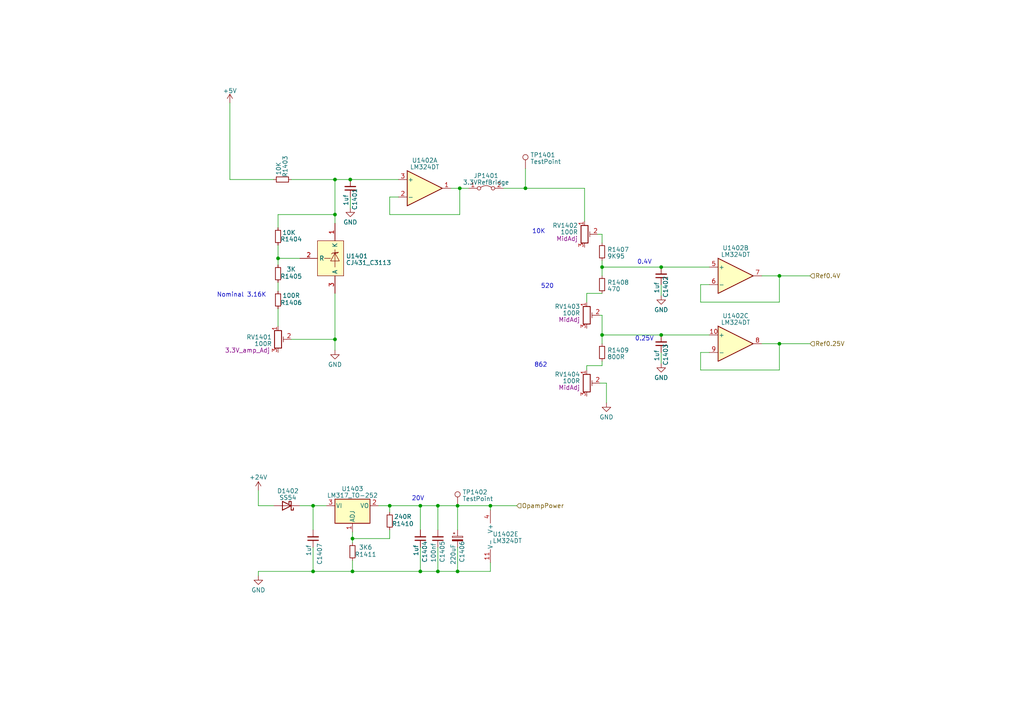
<source format=kicad_sch>
(kicad_sch (version 20230121) (generator eeschema)
  (paper "A4")
  (lib_symbols
    (symbol "Amplifier_Operational:LM324" (pin_names (offset 0.127))
      (property "Reference" "U" (at 0 5.08 0))
      (property "Value" "LM324" (at 0 -5.08 0))
      (symbol "LM324_1_1"
        (polyline (pts (xy -5.08 5.08) (xy 5.08 0) (xy -5.08 -5.08) (xy -5.08 5.08)) (stroke (width 0.254)) (fill (type background)))
        (pin output line (at 7.62 0 180) (length 2.54) (name "~") (number "1"))
        (pin input line (at -7.62 -2.54 0) (length 2.54) (name "-") (number "2"))
        (pin input line (at -7.62 2.54 0) (length 2.54) (name "+") (number "3"))
      )
      (symbol "LM324_2_1"
        (polyline (pts (xy -5.08 5.08) (xy 5.08 0) (xy -5.08 -5.08) (xy -5.08 5.08)) (stroke (width 0.254)) (fill (type background)))
        (pin input line (at -7.62 2.54 0) (length 2.54) (name "+") (number "5"))
        (pin input line (at -7.62 -2.54 0) (length 2.54) (name "-") (number "6"))
        (pin output line (at 7.62 0 180) (length 2.54) (name "~") (number "7"))
      )
      (symbol "LM324_3_1"
        (polyline (pts (xy -5.08 5.08) (xy 5.08 0) (xy -5.08 -5.08) (xy -5.08 5.08)) (stroke (width 0.254)) (fill (type background)))
        (pin input line (at -7.62 2.54 0) (length 2.54) (name "+") (number "10"))
        (pin output line (at 7.62 0 180) (length 2.54) (name "~") (number "8"))
        (pin input line (at -7.62 -2.54 0) (length 2.54) (name "-") (number "9"))
      )
      (symbol "LM324_4_1"
        (polyline (pts (xy -5.08 5.08) (xy 5.08 0) (xy -5.08 -5.08) (xy -5.08 5.08)) (stroke (width 0.254)) (fill (type background)))
        (pin input line (at -7.62 2.54 0) (length 2.54) (name "+") (number "12"))
        (pin input line (at -7.62 -2.54 0) (length 2.54) (name "-") (number "13"))
        (pin output line (at 7.62 0 180) (length 2.54) (name "~") (number "14"))
      )
      (symbol "LM324_5_1"
        (pin power_in line (at -2.54 -7.62 90) (length 3.81) (name "V-") (number "11"))
        (pin power_in line (at -2.54 7.62 270) (length 3.81) (name "V+") (number "4"))
      )
    )
    (symbol "Connector:TestPoint" (pin_numbers hide) (pin_names (offset 0.762) hide)
      (property "Reference" "TP" (at 0 6.858 0))
      (property "Value" "TestPoint" (at 0 5.08 0))
      (symbol "TestPoint_0_1"
        (circle (center 0 3.302) (radius 0.762))
      )
      (symbol "TestPoint_1_1"
        (pin passive line (at 0 0 90) (length 2.54) (name "1") (number "1"))
      )
    )
    (symbol "Device:R_Potentiometer_Trim" (pin_names (offset 1.016) hide)
      (property "Reference" "RV" (at -4.445 0 90))
      (property "Value" "R_Potentiometer_Trim" (at -2.54 0 90))
      (symbol "R_Potentiometer_Trim_0_1"
        (polyline (pts (xy 1.524 0.762) (xy 1.524 -0.762)))
        (polyline (pts (xy 2.54 0) (xy 1.524 0)))
        (rectangle (start 1.016 2.54) (end -1.016 -2.54) (stroke (width 0.254)))
      )
      (symbol "R_Potentiometer_Trim_1_1"
        (pin passive line (at 0 3.81 270) (length 1.27) (name "1") (number "1"))
        (pin passive line (at 3.81 0 180) (length 1.27) (name "2") (number "2"))
        (pin passive line (at 0 -3.81 90) (length 1.27) (name "3") (number "3"))
      )
    )
    (symbol "Device:R_Small" (pin_numbers hide) (pin_names (offset 0.254) hide)
      (property "Reference" "R" (at 0.762 0.508 0))
      (property "Value" "R_Small" (at 0.762 -1.016 0))
      (symbol "R_Small_0_1"
        (rectangle (start -0.762 1.778) (end 0.762 -1.778) (stroke (width 0.2032)))
      )
      (symbol "R_Small_1_1"
        (pin passive line (at 0 2.54 270) (length 0.762) (name "~") (number "1"))
        (pin passive line (at 0 -2.54 90) (length 0.762) (name "~") (number "2"))
      )
    )
    (symbol "Jumper:Jumper_2_Bridged" (pin_names (offset 0) hide)
      (property "Reference" "JP" (at 0 1.905 0))
      (property "Value" "Jumper_2_Bridged" (at 0 -2.54 0))
      (symbol "Jumper_2_Bridged_0_0"
        (circle (center -2.032 0) (radius 0.508))
        (circle (center 2.032 0) (radius 0.508))
      )
      (symbol "Jumper_2_Bridged_0_1"
        (arc (start 1.524 0.254) (mid 0 0.762) (end -1.524 0.254))
      )
      (symbol "Jumper_2_Bridged_1_1"
        (pin passive line (at -5.08 0 0) (length 2.54) (name "A") (number "1"))
        (pin passive line (at 5.08 0 180) (length 2.54) (name "B") (number "2"))
      )
    )
    (symbol "PGD-Library:C_Polarized_Small" (pin_numbers hide) (pin_names (offset 0.254) hide)
      (property "Reference" "C" (at 0.254 1.778 0))
      (property "Value" "C_Polarized_Small" (at 0.254 -2.032 0))
      (symbol "C_Polarized_Small_0_1"
        (rectangle (start -1.524 -0.3048) (end 1.524 -0.6858) (fill (type outline)))
        (rectangle (start -1.524 0.6858) (end 1.524 0.3048))
        (polyline (pts (xy -1.27 1.524) (xy -0.762 1.524)))
        (polyline (pts (xy -1.016 1.27) (xy -1.016 1.778)))
      )
      (symbol "C_Polarized_Small_1_1"
        (pin passive line (at 0 2.54 270) (length 1.8542) (name "~") (number "1"))
        (pin passive line (at 0 -2.54 90) (length 1.8542) (name "~") (number "2"))
      )
    )
    (symbol "PGD-Library:C_Small" (pin_numbers hide) (pin_names (offset 0.254) hide)
      (property "Reference" "C" (at 0.254 1.778 0))
      (property "Value" "C_Small" (at 0.254 -2.032 0))
      (symbol "C_Small_0_1"
        (polyline (pts (xy -1.524 -0.508) (xy 1.524 -0.508)) (stroke (width 0.3302)))
        (polyline (pts (xy -1.524 0.508) (xy 1.524 0.508)) (stroke (width 0.3048)))
      )
      (symbol "C_Small_1_1"
        (pin passive line (at 0 2.54 270) (length 2.032) (name "~") (number "1"))
        (pin passive line (at 0 -2.54 90) (length 2.032) (name "~") (number "2"))
      )
    )
    (symbol "PGD-Library:D_Schottky" (pin_numbers hide) (pin_names (offset 1.016) hide)
      (property "Reference" "D" (at 0 2.54 0))
      (property "Value" "D_Schottky" (at 0 -2.54 0))
      (symbol "D_Schottky_0_1"
        (polyline (pts (xy 1.27 0) (xy -1.27 0)))
        (polyline (pts (xy 1.27 1.27) (xy 1.27 -1.27) (xy -1.27 0) (xy 1.27 1.27)) (stroke (width 0.254)))
        (polyline (pts (xy -1.905 0.635) (xy -1.905 1.27) (xy -1.27 1.27) (xy -1.27 -1.27) (xy -0.635 -1.27) (xy -0.635 -0.635)) (stroke (width 0.254)))
      )
      (symbol "D_Schottky_1_1"
        (pin passive line (at -3.81 0 0) (length 2.54) (name "K") (number "1"))
        (pin passive line (at 3.81 0 180) (length 2.54) (name "A") (number "2"))
      )
    )
    (symbol "PGD-Library:R_Small" (pin_numbers hide) (pin_names (offset 0.254) hide)
      (property "Reference" "R" (at 0.762 0.508 0))
      (property "Value" "R_Small" (at 0.762 -1.016 0))
      (symbol "R_Small_0_1"
        (rectangle (start -0.762 1.778) (end 0.762 -1.778) (stroke (width 0.2032)))
      )
      (symbol "R_Small_1_1"
        (pin passive line (at 0 2.54 270) (length 0.762) (name "~") (number "1"))
        (pin passive line (at 0 -2.54 90) (length 0.762) (name "~") (number "2"))
      )
    )
    (symbol "Regulator_Linear:LM317_TO-252" (pin_names (offset 0.254))
      (property "Reference" "U" (at -3.81 3.175 0))
      (property "Value" "LM317_TO-252" (at 0 3.175 0))
      (symbol "LM317_TO-252_0_1"
        (rectangle (start -5.08 1.905) (end 5.08 -5.08) (stroke (width 0.254)) (fill (type background)))
      )
      (symbol "LM317_TO-252_1_1"
        (pin input line (at 0 -7.62 90) (length 2.54) (name "ADJ") (number "1"))
        (pin power_out line (at 7.62 0 180) (length 2.54) (name "VO") (number "2"))
        (pin power_in line (at -7.62 0 0) (length 2.54) (name "VI") (number "3"))
      )
    )
    (symbol "easyeda2kicad2:CJ431_C3113"
      (property "Reference" "U" (at 0 15.24 0))
      (property "Value" "CJ431_C3113" (at 0 -15.24 0))
      (symbol "CJ431_C3113_0_1"
        (rectangle (start -1.27 5.08) (end 6.35 -5.08) (fill (type background)))
        (polyline (pts (xy 0.76 0) (xy 2.54 0) (xy 0.76 0)) (fill (type background)))
        (polyline (pts (xy 3.05 1.52) (xy 2.79 1.27) (xy 3.05 1.52)) (fill (type background)))
        (polyline (pts (xy 3.81 2.54) (xy 3.81 -2.54) (xy 3.81 2.54)) (fill (type background)))
        (polyline (pts (xy 3.05 1.52) (xy 4.57 1.52) (xy 4.83 1.78) (xy 3.05 1.52)) (fill (type background)))
        (polyline (pts (xy 3.81 1.52) (xy 2.54 -0.76) (xy 5.08 -0.76) (xy 3.81 1.52) (xy 3.81 1.52)) (fill (type background)))
        (pin unspecified line (at 3.81 10.16 270) (length 5.08) (name "K") (number "1"))
        (pin unspecified line (at -6.35 0 0) (length 5.08) (name "R") (number "2"))
        (pin unspecified line (at 3.81 -10.16 90) (length 5.08) (name "A") (number "3"))
      )
    )
    (symbol "power:+24V" (power) (pin_names (offset 0))
      (property "Value" "+24V" (at 0 3.556 0))
      (symbol "+24V_0_1"
        (polyline (pts (xy -0.762 1.27) (xy 0 2.54)))
        (polyline (pts (xy 0 0) (xy 0 2.54)))
        (polyline (pts (xy 0 2.54) (xy 0.762 1.27)))
      )
      (symbol "+24V_1_1"
        (pin power_in line (at 0 0 90) (length 0) hide (name "+24V") (number "1"))
      )
    )
    (symbol "power:+5V" (power) (pin_names (offset 0))
      (property "Value" "+5V" (at 0 3.556 0))
      (symbol "+5V_0_1"
        (polyline (pts (xy -0.762 1.27) (xy 0 2.54)))
        (polyline (pts (xy 0 0) (xy 0 2.54)))
        (polyline (pts (xy 0 2.54) (xy 0.762 1.27)))
      )
      (symbol "+5V_1_1"
        (pin power_in line (at 0 0 90) (length 0) hide (name "+5V") (number "1"))
      )
    )
    (symbol "power:GND" (power) (pin_names (offset 0))
      (property "Value" "GND" (at 0 -3.81 0))
      (symbol "GND_0_1"
        (polyline (pts (xy 0 0) (xy 0 -1.27) (xy 1.27 -1.27) (xy 0 -2.54) (xy -1.27 -1.27) (xy 0 -1.27)))
      )
      (symbol "GND_1_1"
        (pin power_in line (at 0 0 270) (length 0) hide (name "GND") (number "1"))
      )
    )
  )
  (junction (at 226.06 80.01))
  (junction (at 97.155 62.23))
  (junction (at 191.77 77.47))
  (junction (at 97.155 52.07))
  (junction (at 90.805 146.685))
  (junction (at 174.625 97.155))
  (junction (at 226.06 99.695))
  (junction (at 132.715 146.685))
  (junction (at 113.03 146.685))
  (junction (at 101.6 52.07))
  (junction (at 127 165.735))
  (junction (at 102.235 156.21))
  (junction (at 133.35 54.61))
  (junction (at 121.92 165.735))
  (junction (at 90.805 165.735))
  (junction (at 132.715 165.735))
  (junction (at 80.645 74.93))
  (junction (at 121.92 146.685))
  (junction (at 102.235 165.735))
  (junction (at 152.4 54.61))
  (junction (at 191.77 97.155))
  (junction (at 142.24 146.685))
  (junction (at 127 146.685))
  (junction (at 174.625 77.47))
  (junction (at 97.155 98.425))
  (wire (pts (xy 130.81 54.61) (xy 133.35 54.61)))
  (wire (pts (xy 133.35 62.23) (xy 113.03 62.23)))
  (wire (pts (xy 113.03 62.23) (xy 113.03 57.15)))
  (wire (pts (xy 174.625 77.47) (xy 191.77 77.47)))
  (wire (pts (xy 80.645 74.93) (xy 86.995 74.93)))
  (wire (pts (xy 80.645 89.535) (xy 80.645 94.615)))
  (wire (pts (xy 127 146.685) (xy 121.92 146.685)))
  (wire (pts (xy 109.855 146.685) (xy 113.03 146.685)))
  (wire (pts (xy 174.625 97.155) (xy 191.77 97.155)))
  (wire (pts (xy 142.24 146.685) (xy 149.86 146.685)))
  (wire (pts (xy 97.155 85.09) (xy 97.155 98.425)))
  (wire (pts (xy 226.06 80.01) (xy 226.06 87.63)))
  (wire (pts (xy 127 158.75) (xy 127 165.735)))
  (wire (pts (xy 191.77 102.235) (xy 191.77 105.41)))
  (wire (pts (xy 174.625 97.155) (xy 174.625 99.695)))
  (wire (pts (xy 142.24 146.685) (xy 132.715 146.685)))
  (wire (pts (xy 102.235 156.21) (xy 102.235 154.305)))
  (wire (pts (xy 90.805 146.685) (xy 94.615 146.685)))
  (wire (pts (xy 142.24 165.735) (xy 132.715 165.735)))
  (wire (pts (xy 79.375 52.07) (xy 66.675 52.07)))
  (wire (pts (xy 121.92 158.75) (xy 121.92 165.735)))
  (wire (pts (xy 174.625 106.045) (xy 174.625 104.775)))
  (wire (pts (xy 226.06 107.315) (xy 203.2 107.315)))
  (wire (pts (xy 220.98 99.695) (xy 226.06 99.695)))
  (wire (pts (xy 80.645 62.23) (xy 80.645 66.04)))
  (wire (pts (xy 220.98 80.01) (xy 226.06 80.01)))
  (wire (pts (xy 66.675 29.845) (xy 66.675 52.07)))
  (wire (pts (xy 97.155 52.07) (xy 84.455 52.07)))
  (wire (pts (xy 74.93 165.735) (xy 74.93 167.005)))
  (wire (pts (xy 191.77 77.47) (xy 205.74 77.47)))
  (wire (pts (xy 133.35 54.61) (xy 133.35 62.23)))
  (wire (pts (xy 226.06 80.01) (xy 234.95 80.01)))
  (wire (pts (xy 170.18 107.315) (xy 170.18 106.045)))
  (wire (pts (xy 113.03 57.15) (xy 115.57 57.15)))
  (wire (pts (xy 173.99 91.44) (xy 174.625 91.44)))
  (wire (pts (xy 80.645 62.23) (xy 97.155 62.23)))
  (wire (pts (xy 97.155 62.23) (xy 97.155 52.07)))
  (wire (pts (xy 113.03 153.67) (xy 113.03 156.21)))
  (wire (pts (xy 113.03 146.685) (xy 113.03 148.59)))
  (wire (pts (xy 170.18 106.045) (xy 174.625 106.045)))
  (wire (pts (xy 175.895 111.125) (xy 173.99 111.125)))
  (wire (pts (xy 133.35 54.61) (xy 135.89 54.61)))
  (wire (pts (xy 101.6 52.07) (xy 115.57 52.07)))
  (wire (pts (xy 113.03 156.21) (xy 102.235 156.21)))
  (wire (pts (xy 97.155 52.07) (xy 101.6 52.07)))
  (wire (pts (xy 174.625 75.565) (xy 174.625 77.47)))
  (wire (pts (xy 174.625 77.47) (xy 174.625 80.01)))
  (wire (pts (xy 127 153.67) (xy 127 146.685)))
  (wire (pts (xy 74.93 142.24) (xy 74.93 146.685)))
  (wire (pts (xy 142.24 147.955) (xy 142.24 146.685)))
  (wire (pts (xy 90.805 153.67) (xy 90.805 146.685)))
  (wire (pts (xy 203.2 87.63) (xy 203.2 82.55)))
  (wire (pts (xy 90.805 165.735) (xy 102.235 165.735)))
  (wire (pts (xy 169.545 64.135) (xy 169.545 54.61)))
  (wire (pts (xy 226.06 99.695) (xy 234.95 99.695)))
  (wire (pts (xy 80.645 81.915) (xy 80.645 84.455)))
  (wire (pts (xy 97.155 98.425) (xy 97.155 101.6)))
  (wire (pts (xy 121.92 153.67) (xy 121.92 146.685)))
  (wire (pts (xy 113.03 146.685) (xy 121.92 146.685)))
  (wire (pts (xy 132.715 146.685) (xy 127 146.685)))
  (wire (pts (xy 102.235 156.21) (xy 102.235 157.48)))
  (wire (pts (xy 84.455 98.425) (xy 97.155 98.425)))
  (wire (pts (xy 174.625 85.09) (xy 170.18 85.09)))
  (wire (pts (xy 191.77 97.155) (xy 205.74 97.155)))
  (wire (pts (xy 132.715 158.75) (xy 132.715 165.735)))
  (wire (pts (xy 80.645 71.12) (xy 80.645 74.93)))
  (wire (pts (xy 191.77 82.55) (xy 191.77 85.725)))
  (wire (pts (xy 102.235 165.735) (xy 121.92 165.735)))
  (wire (pts (xy 226.06 87.63) (xy 203.2 87.63)))
  (wire (pts (xy 152.4 48.895) (xy 152.4 54.61)))
  (wire (pts (xy 203.2 82.55) (xy 205.74 82.55)))
  (wire (pts (xy 86.995 146.685) (xy 90.805 146.685)))
  (wire (pts (xy 203.2 102.235) (xy 205.74 102.235)))
  (wire (pts (xy 101.6 57.15) (xy 101.6 60.325)))
  (wire (pts (xy 175.895 111.125) (xy 175.895 116.84)))
  (wire (pts (xy 90.805 158.75) (xy 90.805 165.735)))
  (wire (pts (xy 127 165.735) (xy 121.92 165.735)))
  (wire (pts (xy 173.355 67.945) (xy 174.625 67.945)))
  (wire (pts (xy 97.155 64.77) (xy 97.155 62.23)))
  (wire (pts (xy 142.24 163.195) (xy 142.24 165.735)))
  (wire (pts (xy 152.4 54.61) (xy 169.545 54.61)))
  (wire (pts (xy 174.625 67.945) (xy 174.625 70.485)))
  (wire (pts (xy 74.93 165.735) (xy 90.805 165.735)))
  (wire (pts (xy 152.4 54.61) (xy 146.05 54.61)))
  (wire (pts (xy 74.93 146.685) (xy 79.375 146.685)))
  (wire (pts (xy 80.645 74.93) (xy 80.645 76.835)))
  (wire (pts (xy 203.2 107.315) (xy 203.2 102.235)))
  (wire (pts (xy 132.715 165.735) (xy 127 165.735)))
  (wire (pts (xy 132.715 153.67) (xy 132.715 146.685)))
  (wire (pts (xy 102.235 162.56) (xy 102.235 165.735)))
  (wire (pts (xy 170.18 85.09) (xy 170.18 87.63)))
  (wire (pts (xy 174.625 91.44) (xy 174.625 97.155)))
  (wire (pts (xy 226.06 99.695) (xy 226.06 107.315)))
  (text "0.25V" (at 184.15 99.06 0) (effects (font (size 1.27 1.27)) (justify left bottom)))
  (text "Nominal 3.16K" (at 62.865 86.36 0) (effects (font (size 1.27 1.27)) (justify left bottom)))
  (text "862" (at 154.94 106.68 0) (effects (font (size 1.27 1.27)) (justify left bottom)))
  (text "20V" (at 119.38 145.415 0) (effects (font (size 1.27 1.27)) (justify left bottom)))
  (text "0.4V" (at 184.785 76.835 0) (effects (font (size 1.27 1.27)) (justify left bottom)))
  (text "520" (at 156.845 83.82 0) (effects (font (size 1.27 1.27)) (justify left bottom)))
  (text "10K" (at 154.305 67.945 0) (effects (font (size 1.27 1.27)) (justify left bottom)))
  (hierarchical_label "OpampPower" (shape input) (at 149.86 146.685 0))
  (hierarchical_label "Ref0.4V" (shape input) (at 234.95 80.01 0))
  (hierarchical_label "Ref0.25V" (shape input) (at 234.95 99.695 0))
  (symbol (lib_id "Device:R_Small") (at 174.625 73.025 0) (unit 1)
    (property "Reference" "R1407" (at 176.1236 72.3813 0) (effects (justify left)))
    (property "Value" "9K95" (at 176.1236 74.3023 0) (effects (justify left)))
  )
  (symbol (lib_id "power:GND") (at 191.77 105.41 0) (unit 1)
    (property "Reference" "#PWR01407" (effects hide))
    (property "Value" "GND" (at 191.77 109.5455 0))
  )
  (symbol (lib_id "PGD-Library:R_Small") (at 102.235 160.02 180) (unit 1)
    (property "Reference" "R1411" (at 106.0458 160.8151 0))
    (property "Value" "3K6" (at 106.045 158.75 0))
    (property "Footprint" "Resistor_SMD:R_0805_2012Metric" (effects hide))
    (property "JLC Part" "Basic Part" (effects hide))
    (instances (project "PiraniGaugeDisplay" (path "" (reference "R1411") (unit 1))) (project "Output_6Ch_SoftLimits" (path "" (reference "R201") (unit 1))) (project "Bincorp_485JoystickControllerV1" (path "" (reference "R123") (unit 1))) (project "Output_2ch_FaultTolerant" (path "" (reference "R202") (unit 1)) (path "" (reference "R402") (unit 1)) (path "" (reference "R303") (unit 1)) (path "" (reference "R603") (unit 1)) (path "" (reference "R503") (unit 1))))
  )
  (symbol (lib_id "Device:R_Potentiometer_Trim") (at 80.645 98.425 0) (unit 1)
    (property "Reference" "RV1401" (at 78.867 97.7813 0) (effects (justify right)))
    (property "Value" "100R" (at 78.867 99.7023 0) (effects (justify right)))
    (property "Footprint" "Potentiometer_THT:Potentiometer_Bourns_3296Y_Vertical" (effects hide))
    (property "Datasheet" "https://datasheet.lcsc.com/lcsc/2304140030_BOURNS-3296W-1-101LF_C83688.pdf" (effects hide))
    (property "Label" "3.3V_amp_Adj" (at 71.755 101.6 0))
    (property "LCSC Part" "C83688" (effects hide))
    (property "JLC Part" "Extended Part" (effects hide))
  )
  (symbol (lib_id "PGD-Library:C_Small") (at 90.805 156.21 180) (unit 1)
    (property "Reference" "C1407" (at 92.71 163.83 90) (effects (justify right)))
    (property "Value" "1uf" (at 89.535 161.29 90) (effects (justify right)))
    (property "Footprint" "Capacitor_SMD:C_0805_2012Metric" (effects hide))
    (property "Datasheet" "https://jlcpcb.com/partdetail/29074-CL21B105KBFNNNE/C28323" (effects hide))
    (property "JLC Part" "C28323" (effects hide))
    (property "LCSC Part" "Basic Part" (effects hide))
    (instances (project "PiraniGaugeDisplay" (path "" (reference "C1407") (unit 1))) (project "Output_6Ch_SoftLimits" (path "" (reference "C208") (unit 1))) (project "Bincorp_485JoystickControllerV1" (path "" (reference "C109") (unit 1))) (project "Output_2ch_FaultTolerant" (path "" (reference "C209") (unit 1)) (path "" (reference "C409") (unit 1)) (path "" (reference "C507") (unit 1))))
  )
  (symbol (lib_id "PGD-Library:C_Small") (at 191.77 99.695 180) (unit 1)
    (property "Reference" "C1403" (at 193.04 106.045 90) (effects (justify right)))
    (property "Value" "1uf" (at 190.5 104.775 90) (effects (justify right)))
    (property "Footprint" "Capacitor_SMD:C_0805_2012Metric" (effects hide))
    (property "Datasheet" "https://jlcpcb.com/partdetail/29074-CL21B105KBFNNNE/C28323" (effects hide))
    (property "JLC Part" "C28323" (effects hide))
    (property "LCSC Part" "Basic Part" (effects hide))
    (instances (project "PiraniGaugeDisplay" (path "" (reference "C1403") (unit 1))) (project "Output_6Ch_SoftLimits" (path "" (reference "C208") (unit 1))) (project "Bincorp_485JoystickControllerV1" (path "" (reference "C109") (unit 1))) (project "Output_2ch_FaultTolerant" (path "" (reference "C209") (unit 1)) (path "" (reference "C409") (unit 1)) (path "" (reference "C507") (unit 1))))
  )
  (symbol (lib_id "PGD-Library:C_Small") (at 101.6 54.61 180) (unit 1)
    (property "Reference" "C1401" (at 102.87 60.96 90) (effects (justify right)))
    (property "Value" "1uf" (at 100.33 59.69 90) (effects (justify right)))
    (property "Footprint" "Capacitor_SMD:C_0805_2012Metric" (effects hide))
    (property "Datasheet" "https://jlcpcb.com/partdetail/29074-CL21B105KBFNNNE/C28323" (effects hide))
    (property "JLC Part" "C28323" (effects hide))
    (property "LCSC Part" "Basic Part" (effects hide))
    (instances (project "PiraniGaugeDisplay" (path "" (reference "C1401") (unit 1))) (project "Output_6Ch_SoftLimits" (path "" (reference "C208") (unit 1))) (project "Bincorp_485JoystickControllerV1" (path "" (reference "C109") (unit 1))) (project "Output_2ch_FaultTolerant" (path "" (reference "C209") (unit 1)) (path "" (reference "C409") (unit 1)) (path "" (reference "C507") (unit 1))))
  )
  (symbol (lib_id "PGD-Library:C_Small") (at 127 156.21 180) (unit 1)
    (property "Reference" "C1405" (at 128.27 163.195 90) (effects (justify right)))
    (property "Value" "100nf" (at 125.73 163.195 90) (effects (justify right)))
    (property "Footprint" "Capacitor_SMD:C_0805_2012Metric" (effects hide))
    (property "Datasheet" "https://jlcpcb.com/partdetail/28983-CL21B104KCFNNNE/C28233" (effects hide))
    (property "LCSC Part" "C28233" (effects hide))
    (property "JLC Part" "Basic Part" (effects hide))
    (instances (project "PiraniGaugeDisplay" (path "" (reference "C1405") (unit 1))) (project "Output_6Ch_SoftLimits" (path "" (reference "C211") (unit 1))) (project "Bincorp_485JoystickControllerV1" (path "" (reference "C110") (unit 1))) (project "Output_2ch_FaultTolerant" (path "" (reference "C201") (unit 1)) (path "" (reference "C401") (unit 1)) (path "" (reference "C508") (unit 1))))
  )
  (symbol (lib_id "Device:R_Potentiometer_Trim") (at 170.18 91.44 0) (unit 1)
    (property "Reference" "RV1403" (at 168.275 88.9 0) (effects (justify right)))
    (property "Value" "100R" (at 168.275 90.805 0) (effects (justify right)))
    (property "Footprint" "Potentiometer_THT:Potentiometer_Bourns_3296Y_Vertical" (effects hide))
    (property "Datasheet" "https://datasheet.lcsc.com/lcsc/2304140030_BOURNS-3296W-1-101LF_C83688.pdf" (effects hide))
    (property "Label" "MidAdj" (at 165.1 92.71 0))
    (property "LCSC Part" "C83688" (effects hide))
    (property "JLC Part" "Extended Part" (effects hide))
  )
  (symbol (lib_id "PGD-Library:R_Small") (at 113.03 151.13 180) (unit 1)
    (property "Reference" "R1410" (at 116.8408 151.9251 0))
    (property "Value" "240R" (at 116.84 149.86 0))
    (property "Footprint" "Resistor_SMD:R_0805_2012Metric" (effects hide))
    (property "JLC Part" "Basic Part" (effects hide))
    (instances (project "PiraniGaugeDisplay" (path "" (reference "R1410") (unit 1))) (project "Output_6Ch_SoftLimits" (path "" (reference "R201") (unit 1))) (project "Bincorp_485JoystickControllerV1" (path "" (reference "R123") (unit 1))) (project "Output_2ch_FaultTolerant" (path "" (reference "R202") (unit 1)) (path "" (reference "R402") (unit 1)) (path "" (reference "R303") (unit 1)) (path "" (reference "R603") (unit 1)) (path "" (reference "R503") (unit 1))))
  )
  (symbol (lib_id "PGD-Library:R_Small") (at 80.645 68.58 180) (unit 1)
    (property "Reference" "R1404" (at 84.4558 69.3751 0))
    (property "Value" "10K" (at 83.8208 67.4701 0))
    (property "Footprint" "Resistor_SMD:R_0805_2012Metric" (effects hide))
    (property "Datasheet" "https://jlcpcb.com/partdetail/18102-0805W8F1002T5E/C17414" (effects hide))
    (property "LCSC Part" "C17414" (effects hide))
    (property "JLC Part" "Basic Part" (effects hide))
    (instances (project "PiraniGaugeDisplay" (path "" (reference "R1404") (unit 1))) (project "Output_6Ch_SoftLimits" (path "" (reference "R201") (unit 1))) (project "Bincorp_485JoystickControllerV1" (path "" (reference "R123") (unit 1))) (project "Output_2ch_FaultTolerant" (path "" (reference "R202") (unit 1)) (path "" (reference "R402") (unit 1)) (path "" (reference "R303") (unit 1)) (path "" (reference "R603") (unit 1)) (path "" (reference "R503") (unit 1))))
  )
  (symbol (lib_id "Device:R_Potentiometer_Trim") (at 169.545 67.945 0) (unit 1)
    (property "Reference" "RV1402" (at 167.64 65.405 0) (effects (justify right)))
    (property "Value" "100R" (at 167.64 67.31 0) (effects (justify right)))
    (property "Footprint" "Potentiometer_THT:Potentiometer_Bourns_3296Y_Vertical" (effects hide))
    (property "Datasheet" "https://datasheet.lcsc.com/lcsc/2304140030_BOURNS-3296W-1-101LF_C83688.pdf" (effects hide))
    (property "Label" "MidAdj" (at 164.465 69.215 0))
    (property "LCSC Part" "C83688" (effects hide))
    (property "JLC Part" "Extended Part" (effects hide))
  )
  (symbol (lib_id "PGD-Library:D_Schottky") (at 83.185 146.685 180) (unit 1)
    (property "Reference" "D1402" (at 83.5025 142.4051 0))
    (property "Value" "SS54" (at 83.5025 144.3261 0))
    (property "Footprint" "Diode_SMD:D_SMA" (effects hide))
    (property "Datasheet" "https://lcsc.com/product-detail/Schottky-Barrier-Diodes-SBD_SS54_C22452.html" (effects hide))
    (property "LCSC Part" "C22452" (effects hide))
    (property "JLC Part" "Basic Part" (effects hide))
    (instances (project "PiraniGaugeDisplay" (path "" (reference "D1402") (unit 1))) (project "Bincorp_485JoystickControllerV1" (path "" (reference "D105") (unit 1))))
  )
  (symbol (lib_id "PGD-Library:C_Small") (at 191.77 80.01 180) (unit 1)
    (property "Reference" "C1402" (at 193.04 86.36 90) (effects (justify right)))
    (property "Value" "1uf" (at 190.5 85.09 90) (effects (justify right)))
    (property "Footprint" "Capacitor_SMD:C_0805_2012Metric" (effects hide))
    (property "Datasheet" "https://jlcpcb.com/partdetail/29074-CL21B105KBFNNNE/C28323" (effects hide))
    (property "JLC Part" "C28323" (effects hide))
    (property "LCSC Part" "Basic Part" (effects hide))
    (instances (project "PiraniGaugeDisplay" (path "" (reference "C1402") (unit 1))) (project "Output_6Ch_SoftLimits" (path "" (reference "C208") (unit 1))) (project "Bincorp_485JoystickControllerV1" (path "" (reference "C109") (unit 1))) (project "Output_2ch_FaultTolerant" (path "" (reference "C209") (unit 1)) (path "" (reference "C409") (unit 1)) (path "" (reference "C507") (unit 1))))
  )
  (symbol (lib_id "Regulator_Linear:LM317_TO-252") (at 102.235 146.685 0) (unit 1)
    (property "Reference" "U1403" (at 102.235 141.7701 0))
    (property "Value" "LM317_TO-252" (at 102.235 143.6911 0))
    (property "Footprint" "Package_TO_SOT_SMD:TO-252-2" (effects hide))
    (property "Datasheet" "http://www.ti.com/lit/ds/snvs774n/snvs774n.pdf" (effects hide))
    (property "LCSC Part" "C75510" (effects hide))
    (property "JLC Part" "Basic Part" (effects hide))
  )
  (symbol (lib_id "PGD-Library:R_Small") (at 80.645 86.995 180) (unit 1)
    (property "Reference" "R1406" (at 84.4558 87.7901 0))
    (property "Value" "100R" (at 84.455 85.725 0))
    (property "Footprint" "Resistor_SMD:R_0805_2012Metric" (effects hide))
    (property "JLC Part" "Basic Part" (effects hide))
    (instances (project "PiraniGaugeDisplay" (path "" (reference "R1406") (unit 1))) (project "Output_6Ch_SoftLimits" (path "" (reference "R201") (unit 1))) (project "Bincorp_485JoystickControllerV1" (path "" (reference "R123") (unit 1))) (project "Output_2ch_FaultTolerant" (path "" (reference "R202") (unit 1)) (path "" (reference "R402") (unit 1)) (path "" (reference "R303") (unit 1)) (path "" (reference "R603") (unit 1)) (path "" (reference "R503") (unit 1))))
  )
  (symbol (lib_id "Connector:TestPoint") (at 152.4 48.895 0) (unit 1)
    (property "Reference" "TP1401" (at 153.797 44.9493 0) (effects (justify left)))
    (property "Value" "TestPoint" (at 153.797 46.8703 0) (effects (justify left)))
  )
  (symbol (lib_id "power:GND") (at 191.77 85.725 0) (unit 1)
    (property "Reference" "#PWR01406" (effects hide))
    (property "Value" "GND" (at 191.77 89.8605 0))
  )
  (symbol (lib_id "Jumper:Jumper_2_Bridged") (at 140.97 54.61 0) (unit 1)
    (property "Reference" "JP1401" (at 140.97 50.9651 0))
    (property "Value" "3.3VRefBridge" (at 140.97 52.8861 0))
    (property "Footprint" "Jumper:SolderJumper-2_P1.3mm_Bridged2Bar_RoundedPad1.0x1.5mm" (effects hide))
  )
  (symbol (lib_id "power:GND") (at 74.93 167.005 0) (unit 1)
    (property "Reference" "#PWR01409" (effects hide))
    (property "Value" "GND" (at 74.93 171.1405 0))
  )
  (symbol (lib_id "PGD-Library:R_Small") (at 81.915 52.07 270) (unit 1)
    (property "Reference" "R1403" (at 82.7101 48.2592 0))
    (property "Value" "10K" (at 80.8051 48.8942 0))
    (property "Footprint" "Resistor_SMD:R_0805_2012Metric" (effects hide))
    (property "Datasheet" "https://jlcpcb.com/partdetail/18102-0805W8F1002T5E/C17414" (effects hide))
    (property "LCSC Part" "C17414" (effects hide))
    (property "JLC Part" "Basic Part" (effects hide))
    (instances (project "PiraniGaugeDisplay" (path "" (reference "R1403") (unit 1))) (project "Output_6Ch_SoftLimits" (path "" (reference "R201") (unit 1))) (project "Bincorp_485JoystickControllerV1" (path "" (reference "R123") (unit 1))) (project "Output_2ch_FaultTolerant" (path "" (reference "R202") (unit 1)) (path "" (reference "R402") (unit 1)) (path "" (reference "R303") (unit 1)) (path "" (reference "R603") (unit 1)) (path "" (reference "R503") (unit 1))))
  )
  (symbol (lib_id "power:GND") (at 97.155 101.6 0) (unit 1)
    (property "Reference" "#PWR01403" (effects hide))
    (property "Value" "GND" (at 97.155 105.7355 0))
  )
  (symbol (lib_id "Connector:TestPoint") (at 132.715 146.685 0) (unit 1)
    (property "Reference" "TP1402" (at 134.112 142.7393 0) (effects (justify left)))
    (property "Value" "TestPoint" (at 134.112 144.6603 0) (effects (justify left)))
  )
  (symbol (lib_id "PGD-Library:C_Small") (at 121.92 156.21 180) (unit 1)
    (property "Reference" "C1404" (at 123.19 163.195 90) (effects (justify right)))
    (property "Value" "1uf" (at 120.65 161.29 90) (effects (justify right)))
    (property "Footprint" "Capacitor_SMD:C_0805_2012Metric" (effects hide))
    (property "Datasheet" "https://jlcpcb.com/partdetail/29074-CL21B105KBFNNNE/C28323" (effects hide))
    (property "JLC Part" "C28323" (effects hide))
    (property "LCSC Part" "Basic Part" (effects hide))
    (instances (project "PiraniGaugeDisplay" (path "" (reference "C1404") (unit 1))) (project "Output_6Ch_SoftLimits" (path "" (reference "C208") (unit 1))) (project "Bincorp_485JoystickControllerV1" (path "" (reference "C109") (unit 1))) (project "Output_2ch_FaultTolerant" (path "" (reference "C209") (unit 1)) (path "" (reference "C409") (unit 1)) (path "" (reference "C507") (unit 1))))
  )
  (symbol (lib_id "easyeda2kicad2:CJ431_C3113") (at 93.345 74.93 0) (unit 1)
    (property "Reference" "U1401" (at 100.33 74.2863 0) (effects (justify left)))
    (property "Value" "CJ431_C3113" (at 100.33 76.2073 0) (effects (justify left)))
    (property "Footprint" "easyeda2kicad2:SOT-23-3_L2.9-W1.6-P1.90-LS2.8-BR" (effects hide))
    (property "Datasheet" "https://lcsc.com/product-detail/Voltage-References_CJ431-0-5_C3113.html" (effects hide))
    (property "LCSC Part" "C3113" (effects hide))
  )
  (symbol (lib_id "Amplifier_Operational:LM324") (at 144.78 155.575 0) (unit 5)
    (property "Reference" "U1402" (at 142.875 154.9313 0) (effects (justify left)))
    (property "Value" "LM324DT" (at 142.875 156.8523 0) (effects (justify left)))
    (property "Footprint" "Package_SO:SOIC-14_3.9x8.7mm_P1.27mm" (effects hide))
    (property "Datasheet" "http://www.ti.com/lit/ds/symlink/lm2902-n.pdf" (effects hide))
    (property "LCSC Part" "C71035" (effects hide))
    (property "JLC Part" "Basic Part" (effects hide))
  )
  (symbol (lib_id "PGD-Library:R_Small") (at 80.645 79.375 180) (unit 1)
    (property "Reference" "R1405" (at 84.4558 80.1701 0))
    (property "Value" "3K" (at 84.455 78.105 0))
    (property "Footprint" "Resistor_SMD:R_0805_2012Metric" (effects hide))
    (property "JLC Part" "Basic Part" (effects hide))
    (instances (project "PiraniGaugeDisplay" (path "" (reference "R1405") (unit 1))) (project "Output_6Ch_SoftLimits" (path "" (reference "R201") (unit 1))) (project "Bincorp_485JoystickControllerV1" (path "" (reference "R123") (unit 1))) (project "Output_2ch_FaultTolerant" (path "" (reference "R202") (unit 1)) (path "" (reference "R402") (unit 1)) (path "" (reference "R303") (unit 1)) (path "" (reference "R603") (unit 1)) (path "" (reference "R503") (unit 1))))
  )
  (symbol (lib_id "Amplifier_Operational:LM324") (at 123.19 54.61 0) (unit 1)
    (property "Reference" "U1402" (at 123.19 46.5201 0))
    (property "Value" "LM324DT" (at 123.19 48.4411 0))
    (property "Footprint" "Package_SO:SOIC-14_3.9x8.7mm_P1.27mm" (effects hide))
    (property "Datasheet" "http://www.ti.com/lit/ds/symlink/lm2902-n.pdf" (effects hide))
    (property "LCSC Part" "C71035" (effects hide))
    (property "JLC Part" "Basic Part" (effects hide))
  )
  (symbol (lib_id "power:GND") (at 175.895 116.84 0) (unit 1)
    (property "Reference" "#PWR01405" (effects hide))
    (property "Value" "GND" (at 175.895 120.9755 0))
  )
  (symbol (lib_id "Device:R_Potentiometer_Trim") (at 170.18 111.125 0) (unit 1)
    (property "Reference" "RV1404" (at 168.275 108.585 0) (effects (justify right)))
    (property "Value" "100R" (at 168.275 110.49 0) (effects (justify right)))
    (property "Footprint" "Potentiometer_THT:Potentiometer_Bourns_3296Y_Vertical" (effects hide))
    (property "Datasheet" "https://datasheet.lcsc.com/lcsc/2304140030_BOURNS-3296W-1-101LF_C83688.pdf" (effects hide))
    (property "Label" "MidAdj" (at 165.1 112.395 0))
    (property "LCSC Part" "C83688" (effects hide))
    (property "JLC Part" "Extended Part" (effects hide))
  )
  (symbol (lib_id "Device:R_Small") (at 174.625 102.235 0) (unit 1)
    (property "Reference" "R1409" (at 176.1236 101.5913 0) (effects (justify left)))
    (property "Value" "800R" (at 176.1236 103.5123 0) (effects (justify left)))
    (property "Datasheet" "https://jlcpcb.com/partdetail/21350-0805W8F750JT5E/C20638" (effects hide))
    (property "LCSC Part" "C20638" (effects hide))
    (property "JLC Part" "Basic Part" (effects hide))
  )
  (symbol (lib_id "Device:R_Small") (at 174.625 82.55 0) (unit 1)
    (property "Reference" "R1408" (at 176.1236 81.9063 0) (effects (justify left)))
    (property "Value" "470" (at 176.1236 83.8273 0) (effects (justify left)))
  )
  (symbol (lib_id "power:+5V") (at 66.675 29.845 0) (unit 1)
    (property "Reference" "#PWR01401" (effects hide))
    (property "Value" "+5V" (at 66.675 26.3431 0))
  )
  (symbol (lib_id "power:GND") (at 101.6 60.325 0) (unit 1)
    (property "Reference" "#PWR01404" (effects hide))
    (property "Value" "GND" (at 101.6 64.4605 0))
  )
  (symbol (lib_id "Amplifier_Operational:LM324") (at 213.36 99.695 0) (unit 3)
    (property "Reference" "U1402" (at 213.36 91.6051 0))
    (property "Value" "LM324DT" (at 213.36 93.5261 0))
    (property "Footprint" "Package_SO:SOIC-14_3.9x8.7mm_P1.27mm" (effects hide))
    (property "Datasheet" "http://www.ti.com/lit/ds/symlink/lm2902-n.pdf" (effects hide))
    (property "LCSC Part" "C71035" (effects hide))
    (property "JLC Part" "Basic Part" (effects hide))
  )
  (symbol (lib_id "power:+24V") (at 74.93 142.24 0) (unit 1)
    (property "Reference" "#PWR01408" (effects hide))
    (property "Value" "+24V" (at 74.93 138.43 0))
    (instances (project "PiraniGaugeDisplay" (path "" (reference "#PWR01408") (unit 1))) (project "Bincorp_485JoystickControllerV1" (path "" (reference "#PWR0104") (unit 1))) (project "CAN-CalibratedTempProbeV1R1" (path "" (reference "#PWR0106") (unit 1))))
  )
  (symbol (lib_id "Amplifier_Operational:LM324") (at 213.36 80.01 0) (unit 2)
    (property "Reference" "U1402" (at 213.36 71.9201 0))
    (property "Value" "LM324DT" (at 213.36 73.8411 0))
    (property "Footprint" "Package_SO:SOIC-14_3.9x8.7mm_P1.27mm" (effects hide))
    (property "Datasheet" "http://www.ti.com/lit/ds/symlink/lm2902-n.pdf" (effects hide))
    (property "LCSC Part" "C71035" (effects hide))
    (property "JLC Part" "Basic Part" (effects hide))
  )
  (symbol (lib_id "PGD-Library:C_Polarized_Small") (at 132.715 156.21 0) (unit 1)
    (property "Reference" "C1406" (at 133.985 163.195 90) (effects (justify left)))
    (property "Value" "220uF" (at 131.445 163.83 90) (effects (justify left)))
    (property "Footprint" "VF_Lib:VF_C_Panasonic_ZA_SizeG_VibrationProof" (effects hide))
    (property "Datasheet" "https://www.lcsc.com/product-detail/Solid-Capacitors_PANASONIC-EEHZA1V221V_C454357.html" (effects hide))
    (property "LCSC Part" "C454357" (effects hide))
    (property "JLC Part" "Extended Part" (effects hide))
    (instances (project "PiraniGaugeDisplay" (path "" (reference "C1406") (unit 1))) (project "Bincorp_485JoystickControllerV1" (path "" (reference "C108") (unit 1))))
  )
)
</source>
